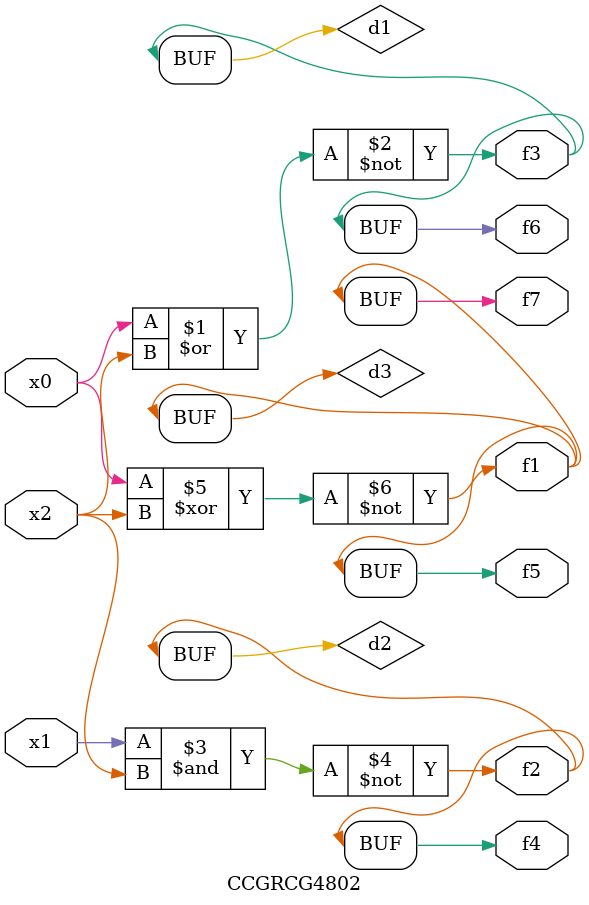
<source format=v>
module CCGRCG4802(
	input x0, x1, x2,
	output f1, f2, f3, f4, f5, f6, f7
);

	wire d1, d2, d3;

	nor (d1, x0, x2);
	nand (d2, x1, x2);
	xnor (d3, x0, x2);
	assign f1 = d3;
	assign f2 = d2;
	assign f3 = d1;
	assign f4 = d2;
	assign f5 = d3;
	assign f6 = d1;
	assign f7 = d3;
endmodule

</source>
